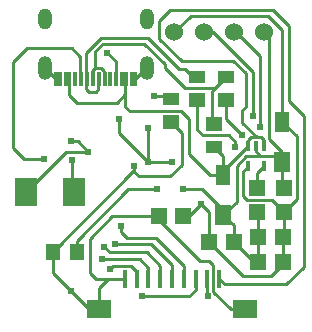
<source format=gbl>
G04 Layer: BottomLayer*
G04 EasyEDA v6.5.33, 2023-07-29 01:37:07*
G04 e2284e44ffa54268a608bda52510a791,d031c0a8eb424844af7c2e53bc7358ee,10*
G04 Gerber Generator version 0.2*
G04 Scale: 100 percent, Rotated: No, Reflected: No *
G04 Dimensions in millimeters *
G04 leading zeros omitted , absolute positions ,4 integer and 5 decimal *
%FSLAX45Y45*%
%MOMM*%

%AMMACRO1*21,1,$1,$2,0,0,$3*%
%ADD10C,0.2540*%
%ADD11MACRO1,1.9001X2.4001X0.0000*%
%ADD12MACRO1,1.9X2.4001X0.0000*%
%ADD13MACRO1,0.3149X0.835X0.0000*%
%ADD14MACRO1,0.315X0.835X0.0000*%
%ADD15MACRO1,0.315X0.8351X0.0000*%
%ADD16MACRO1,0.3149X0.8351X0.0000*%
%ADD17R,1.3770X1.1325*%
%ADD18MACRO1,1.377X1.1324X0.0000*%
%ADD19MACRO1,1.377X1.1325X90.0000*%
%ADD20MACRO1,1.377X1.1326X90.0000*%
%ADD21MACRO1,1.377X1.1325X0.0000*%
%ADD22MACRO1,2X1.5001X0.0000*%
%ADD23MACRO1,2X1.5X0.0000*%
%ADD24MACRO1,0.4001X1.5X0.0000*%
%ADD25MACRO1,0.3999X1.5X0.0000*%
%ADD26MACRO1,0.4X1.5X0.0000*%
%ADD27R,1.2960X1.7575*%
%ADD28MACRO1,1.2959X1.7575X0.0000*%
%ADD29MACRO1,1.35X1.41X-90.0000*%
%ADD30MACRO1,1.35X1.4101X-90.0000*%
%ADD31MACRO1,1.3501X1.41X-90.0000*%
%ADD32MACRO1,1.3501X1.4101X-90.0000*%
%ADD33MACRO1,1.3501X1.4101X90.0000*%
%ADD34MACRO1,1.3501X1.4099X90.0000*%
%ADD35MACRO1,1.35X1.4099X-90.0000*%
%ADD36R,1.3500X1.4100*%
%ADD37MACRO1,1.3501X1.41X0.0000*%
%ADD38MACRO1,1.3501X1.4101X0.0000*%
%ADD39MACRO1,0.3X1.15X0.0000*%
%ADD40MACRO1,0.2997X1.1481X0.0000*%
%ADD41C,1.5240*%
%ADD42O,1.1999976X1.7999964*%
%ADD43O,1.1999976X1.9999959999999999*%
%ADD44C,0.6096*%
%ADD45C,0.6200*%
%ADD46C,0.0150*%

%LPD*%
D10*
X14622018Y6997954D02*
G01*
X14533372Y7086600D01*
X14478000Y7086600D01*
X14090954Y6652996D02*
G01*
X14091978Y6652996D01*
X14436986Y6998004D01*
X14621967Y6998004D01*
X14556231Y7619237D02*
G01*
X14556231Y7798815D01*
X14481047Y7874000D01*
X14103095Y7874000D01*
X13986002Y7756905D01*
X13986002Y7026910D01*
X14074902Y6938010D01*
X14246097Y6938010D01*
X14606270Y7619492D02*
G01*
X14606270Y7524750D01*
X14625320Y7505700D01*
X14686788Y7505700D01*
X14706091Y7525258D01*
X14706091Y7619492D01*
X14456156Y7619745D02*
G01*
X14456156Y7476744D01*
X14522958Y7409942D01*
X14863063Y7409942D01*
X14936216Y7483094D01*
X16266668Y7251445D02*
G01*
X16389858Y7128002D01*
X16389858Y6595871D01*
X16279875Y6485889D01*
X15216886Y6452107D02*
G01*
X15216886Y6420865D01*
X15564866Y6072886D01*
X15644875Y6072886D01*
X15681959Y6036055D01*
X15681959Y5808979D01*
X15828263Y5662676D01*
X15951708Y5662676D01*
X15731490Y5922771D02*
G01*
X15780511Y5874004D01*
X16293845Y5874004D01*
X16444975Y6025134D01*
X16444975Y7303008D01*
X16318991Y7428992D01*
X16318991Y8058912D01*
X16182086Y8196071D01*
X15314929Y8196071D01*
X15223997Y8104886D01*
X15223997Y7955026D01*
X15413990Y7765034D01*
X15850870Y7765034D01*
X15955009Y7660894D01*
X15955009Y7375905D01*
X15926054Y7346950D01*
X15926054Y7241031D01*
X16049243Y7117842D01*
X16069818Y7117842D01*
X15079979Y5773928D02*
G01*
X15474950Y5773928D01*
X15531591Y5830570D01*
X15531591Y5922771D01*
X14711679Y5662676D02*
G01*
X14631670Y5662676D01*
X14476475Y5817870D01*
X14711679Y5662676D02*
G01*
X14711679Y5843523D01*
X14790674Y5922771D01*
X14931643Y5922771D01*
X15631629Y5922769D02*
G01*
X15631629Y5784329D01*
X15631947Y5784009D01*
X15631947Y5774004D01*
X14681200Y7708900D02*
G01*
X14681200Y7848600D01*
X14744700Y7912100D01*
X15097759Y7912100D01*
X15273020Y7737855D01*
X15273020Y7707884D01*
X15443961Y7536942D01*
X15697200Y7536942D01*
X15790925Y7630668D01*
X15687040Y7230618D02*
G01*
X15667990Y7230618D01*
X15667990Y7507731D01*
X15790925Y7630668D01*
X14936216Y7619237D02*
G01*
X14936216Y7377684D01*
X14973300Y7340600D01*
X15405354Y7340600D01*
X15474950Y7271004D01*
X15474950Y6978650D01*
X15653004Y6800595D01*
X15766034Y6800595D01*
X15325852Y7245095D02*
G01*
X15411958Y7158989D01*
X15411958Y6885939D01*
X15313659Y6787895D01*
X15051531Y6787895D01*
X15011654Y6827773D01*
X15011654Y6877812D01*
X15866976Y7033996D02*
G01*
X15866976Y7081931D01*
X15811512Y7137394D01*
X15592562Y7137394D01*
X15544977Y7184976D01*
X15544977Y7433360D01*
X15604975Y8007022D02*
G01*
X15678472Y8007022D01*
X16015970Y7669524D01*
X16015970Y7300010D01*
X16076675Y7207758D02*
G01*
X16076675Y7806436D01*
X15876016Y8007095D01*
X15858997Y8007095D01*
X16266413Y7251445D02*
G01*
X16266413Y8023605D01*
X16146018Y8144002D01*
X15487904Y8144002D01*
X15350997Y8007095D01*
X14606216Y7619392D02*
G01*
X14606216Y7837083D01*
X14732012Y7962894D01*
X15125054Y7962894D01*
X15391754Y7696194D01*
X15441264Y7696194D01*
X15510855Y7626604D01*
X15544977Y7626604D01*
X15646908Y6230873D02*
G01*
X15929863Y5947918D01*
X16171925Y5947918D01*
X16268954Y6045200D01*
X16268954Y6061963D01*
X14856231Y7619255D02*
G01*
X14856231Y7762460D01*
X14782815Y7835892D01*
X15231618Y5922771D02*
G01*
X15231618Y6031229D01*
X15117825Y6145021D01*
X14804897Y6145021D01*
X14758924Y6190995D01*
X14740890Y6087110D02*
G01*
X15060929Y6087110D01*
X15131541Y6016244D01*
X15131541Y5922771D01*
X14900909Y6369050D02*
G01*
X14900909Y6313931D01*
X14946884Y6267957D01*
X15193009Y6267957D01*
X15431516Y6029452D01*
X15431516Y5922771D01*
X15216886Y6451854D02*
G01*
X14826995Y6451854D01*
X14637004Y6261862D01*
X14637004Y5972047D01*
X14686279Y5922771D01*
X14931643Y5922771D01*
X14523974Y6151981D02*
G01*
X14523974Y6244993D01*
X14956779Y6677799D01*
X15201615Y6677799D01*
X14323974Y6151981D02*
G01*
X15011671Y6839678D01*
X15011671Y6877799D01*
X14847976Y6213982D02*
G01*
X15155974Y6213982D01*
X15331615Y6038342D01*
X15331615Y5922769D01*
X15765957Y6463385D02*
G01*
X15877964Y6575391D01*
X15877964Y6874098D01*
X15961619Y6957745D01*
X16081623Y6957745D01*
X16279875Y6485889D02*
G01*
X16179800Y6585965D01*
X15965170Y6585965D01*
X15930879Y6620255D01*
X15930879Y6827773D01*
X15976600Y6873494D01*
X14323974Y6151981D02*
G01*
X14323974Y5970419D01*
X14476597Y5817796D01*
X16279977Y6691985D02*
G01*
X16266591Y6705371D01*
X16266591Y6914156D01*
X16062957Y6061986D02*
G01*
X16062957Y6477027D01*
X16053993Y6485991D01*
X16268948Y6061986D02*
G01*
X16268948Y6271991D01*
X16268954Y6271996D01*
X16268948Y6271996D02*
G01*
X16279977Y6283025D01*
X16279977Y6485991D01*
X15765957Y6800621D02*
G01*
X15765957Y6958380D01*
X15686963Y7037374D01*
X14805964Y6001994D02*
G01*
X14831961Y6027991D01*
X14981969Y6027991D01*
X15031615Y5978344D01*
X15031615Y5922769D01*
X15765957Y6463385D02*
G01*
X15765957Y6504000D01*
X15588244Y6681713D01*
X15427721Y6681713D01*
X14989985Y7612961D02*
G01*
X15019977Y7612961D01*
X14909970Y7612961D02*
G01*
X14939995Y7612961D01*
X14429986Y7613368D02*
G01*
X14459988Y7613368D01*
X15019977Y7612961D02*
G01*
X15111460Y7704444D01*
X15116985Y7704444D01*
X14349971Y7613111D02*
G01*
X14258637Y7704444D01*
X14252973Y7704444D01*
X14349971Y7613111D02*
G01*
X14379973Y7613111D01*
X14500956Y6652996D02*
G01*
X14486966Y6666986D01*
X14486966Y6926986D01*
X14656318Y7619232D02*
G01*
X14656318Y7683995D01*
X14681215Y7708892D01*
X14732015Y7708892D01*
X14756142Y7684754D01*
X14756142Y7619232D01*
X16266530Y6914034D02*
G01*
X16266530Y6997854D01*
X16156559Y7107826D01*
X16156559Y7963433D01*
X16112972Y8007019D01*
X15325979Y7444994D02*
G01*
X15297965Y7473007D01*
X15177975Y7473007D01*
X16053993Y6691985D02*
G01*
X16053993Y6820888D01*
X16106602Y6873496D01*
X15765957Y6800621D02*
G01*
X15765957Y6831365D01*
X15976600Y7042007D01*
X16041611Y7042028D02*
G01*
X16041611Y6997748D01*
X16081621Y6957748D01*
X16222985Y6957748D01*
X16266601Y6914131D01*
X15976602Y7042028D02*
G01*
X15976602Y7097750D01*
X15996597Y7117753D01*
X16081621Y7117753D01*
X16106630Y7092759D01*
X16106630Y7042028D01*
X15925812Y7137394D02*
G01*
X15790976Y7272228D01*
X15790976Y7437373D01*
X15131587Y6907781D02*
G01*
X14881227Y7158154D01*
X14881227Y7270371D01*
X15131587Y6907781D02*
G01*
X15131587Y7197773D01*
X15131590Y6907784D02*
G01*
X15137790Y6913981D01*
X15331947Y6913981D01*
X15422956Y6451980D02*
G01*
X15474927Y6451980D01*
X15576958Y6554012D01*
X15576958Y6554012D02*
G01*
X15646958Y6484012D01*
X15646958Y6231001D01*
X15765957Y6463388D02*
G01*
X15852978Y6376367D01*
X15852978Y6231001D01*
X16062957Y6061986D02*
G01*
X16021992Y6061986D01*
X15852978Y6231001D01*
D11*
G01*
X14090966Y6652991D03*
D12*
G01*
X14500970Y6652991D03*
D13*
G01*
X15976586Y7042026D03*
D14*
G01*
X16041612Y7042026D03*
G01*
X16106608Y7042026D03*
D15*
G01*
X16106608Y6873529D03*
D16*
G01*
X15976586Y6873529D03*
D17*
G01*
X15325981Y7444986D03*
D18*
G01*
X15325975Y7244974D03*
D19*
G01*
X14323968Y6151990D03*
D20*
G01*
X14523977Y6151990D03*
D17*
G01*
X15790969Y7630607D03*
D21*
G01*
X15790962Y7437358D03*
D17*
G01*
X15544970Y7626606D03*
D21*
G01*
X15544976Y7433358D03*
D17*
G01*
X15686968Y7037364D03*
D21*
G01*
X15686977Y7230616D03*
D22*
G01*
X15951589Y5662777D03*
D23*
G01*
X14711607Y5662775D03*
D24*
G01*
X15731610Y5922777D03*
D25*
G01*
X15631613Y5922777D03*
D24*
G01*
X15531608Y5922777D03*
D25*
G01*
X15431611Y5922777D03*
G01*
X15331612Y5922777D03*
G01*
X15231609Y5922777D03*
G01*
X15131610Y5922777D03*
G01*
X15031606Y5922777D03*
D26*
G01*
X14931605Y5922777D03*
D27*
G01*
X16266591Y7251395D03*
D28*
G01*
X16266598Y6914150D03*
D29*
G01*
X16268973Y6061984D03*
D30*
G01*
X16062968Y6061984D03*
D31*
G01*
X16268973Y6271986D03*
D32*
G01*
X16062968Y6271986D03*
D33*
G01*
X15646967Y6230988D03*
D34*
G01*
X15852968Y6230988D03*
D30*
G01*
X15422970Y6451988D03*
D35*
G01*
X15216969Y6451988D03*
D36*
G01*
X16279969Y6485983D03*
D37*
G01*
X16279967Y6691984D03*
D36*
G01*
X16053986Y6691983D03*
D38*
G01*
X16053973Y6485995D03*
D27*
G01*
X15765967Y6800616D03*
D28*
G01*
X15765961Y6463376D03*
D39*
G01*
X14349983Y7613106D03*
G01*
X14379986Y7613106D03*
G01*
X14429983Y7613360D03*
G01*
X14459986Y7613360D03*
D40*
G01*
X14509974Y7612954D03*
D39*
G01*
X14559986Y7612954D03*
G01*
X14609984Y7613106D03*
G01*
X14659984Y7612954D03*
G01*
X14709984Y7613106D03*
G01*
X14759984Y7612954D03*
D40*
G01*
X14809948Y7612954D03*
D39*
G01*
X14859984Y7612954D03*
G01*
X14909982Y7612954D03*
G01*
X14939985Y7612954D03*
G01*
X14989982Y7612954D03*
G01*
X15019985Y7612954D03*
D41*
G01*
X16112967Y8007009D03*
G01*
X15858967Y8007009D03*
G01*
X15604967Y8007009D03*
G01*
X15350967Y8007009D03*
D42*
G01*
X14252978Y8122452D03*
G01*
X15116982Y8122452D03*
D43*
G01*
X15116982Y7704444D03*
G01*
X14252978Y7704444D03*
D44*
G01*
X14782800Y7835900D03*
G01*
X14478000Y7086600D03*
G01*
X14621954Y6997994D03*
G01*
X14486956Y6926994D03*
G01*
X14476602Y5817793D03*
G01*
X15631955Y5774001D03*
G01*
X15576958Y6554005D03*
G01*
X15201595Y6677787D03*
G01*
X15011577Y6877786D03*
G01*
X15131592Y6907809D03*
G01*
X15331955Y6913991D03*
G01*
X16076599Y7207783D03*
G01*
X15925800Y7137400D03*
G01*
X16015959Y7300003D03*
G01*
X15177960Y7473010D03*
G01*
X15131592Y7197801D03*
D45*
G01*
X14245970Y6937987D03*
G01*
X14881227Y7270371D03*
G01*
X15866968Y7033986D03*
G01*
X14740971Y6086988D03*
G01*
X14758969Y6190988D03*
G01*
X14847971Y6213988D03*
G01*
X14805969Y6001986D03*
G01*
X14900970Y6368986D03*
G01*
X15427706Y6681723D03*
G01*
X15079969Y5773988D03*
M02*

</source>
